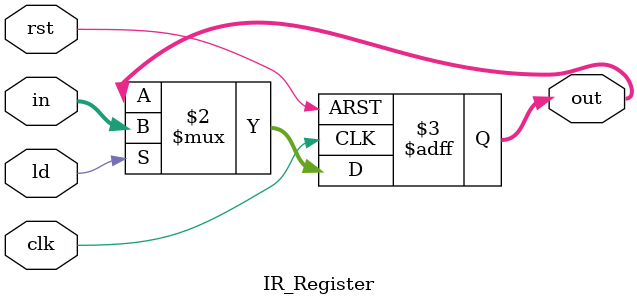
<source format=v>
`timescale 1ns/1ns
module IR_Register(input clk, rst, ld, input [31:0] in, output reg [31:0] out);
	always @(posedge clk, posedge rst) begin
		if(rst) begin
			out <= 32'b0;
		end else begin
			out <= ld ? in : out;
		end
	end
endmodule


</source>
